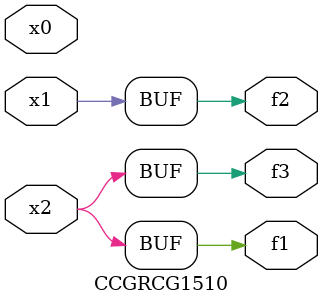
<source format=v>
module CCGRCG1510(
	input x0, x1, x2,
	output f1, f2, f3
);
	assign f1 = x2;
	assign f2 = x1;
	assign f3 = x2;
endmodule

</source>
